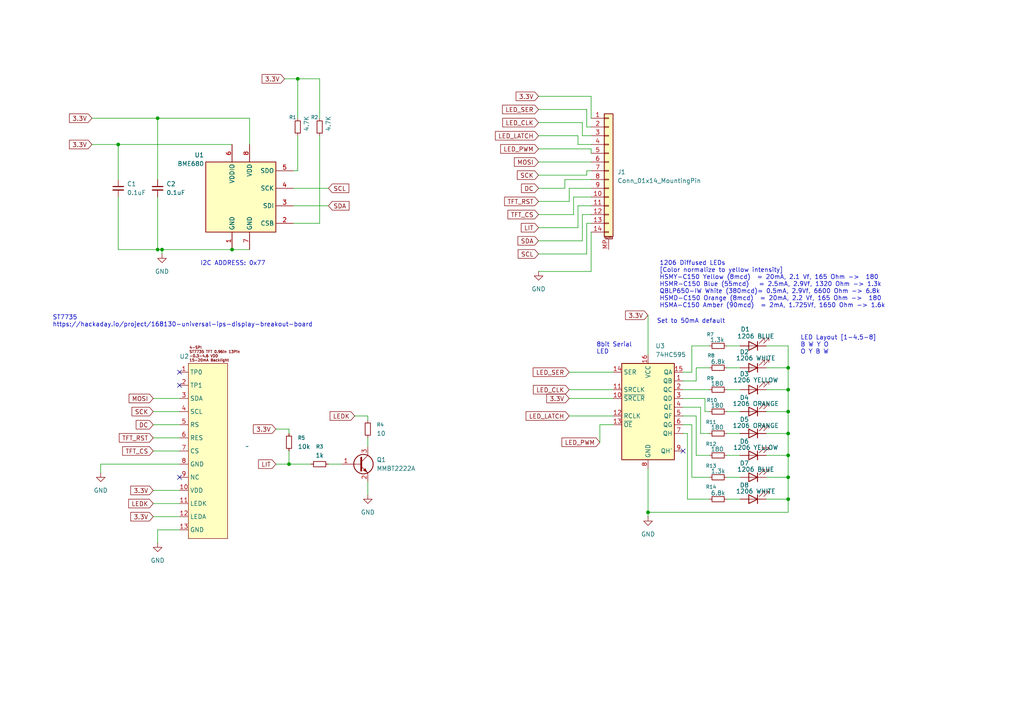
<source format=kicad_sch>
(kicad_sch (version 20250114) (generator "eeschema") (generator_version "9.0")
  (paper "A4")
  (lib_symbols
    (symbol "74xx:74HC595"
      (property "Reference" "U" (at -7.62 13.97 0))
      (property "Value" "74HC595" (at -7.62 -16.51 0))
      (symbol "74HC595_1_0"
        (pin input line (at -10.16 10.16 0) (length 2.54) (name "SER") (number "14"))
        (pin input line (at -10.16 5.08 0) (length 2.54) (name "SRCLK") (number "11"))
        (pin input line (at -10.16 2.54 0) (length 2.54) (name "~{SRCLR}") (number "10"))
        (pin input line (at -10.16 -2.54 0) (length 2.54) (name "RCLK") (number "12"))
        (pin input line (at -10.16 -5.08 0) (length 2.54) (name "~{OE}") (number "13"))
        (pin power_in line (at 0 15.24 270) (length 2.54) (name "VCC") (number "16"))
        (pin power_in line (at 0 -17.78 90) (length 2.54) (name "GND") (number "8"))
        (pin tri_state line (at 10.16 10.16 180) (length 2.54) (name "QA") (number "15"))
        (pin tri_state line (at 10.16 7.62 180) (length 2.54) (name "QB") (number "1"))
        (pin tri_state line (at 10.16 5.08 180) (length 2.54) (name "QC") (number "2"))
        (pin tri_state line (at 10.16 2.54 180) (length 2.54) (name "QD") (number "3"))
        (pin tri_state line (at 10.16 0 180) (length 2.54) (name "QE") (number "4"))
        (pin tri_state line (at 10.16 -2.54 180) (length 2.54) (name "QF") (number "5"))
        (pin tri_state line (at 10.16 -5.08 180) (length 2.54) (name "QG") (number "6"))
        (pin tri_state line (at 10.16 -7.62 180) (length 2.54) (name "QH") (number "7"))
        (pin output line (at 10.16 -12.7 180) (length 2.54) (name "QH'") (number "9"))
      )
      (symbol "74HC595_1_1"
        (rectangle (start -7.62 12.7) (end 7.62 -15.24) (stroke (width 0.254)) (fill (type background)))
      )
    )
    (symbol "Connector_Generic_MountingPin:Conn_01x14_MountingPin" (pin_names (offset 1.016) (hide yes))
      (property "Reference" "J" (at 0 17.78 0))
      (property "Value" "Conn_01x14_MountingPin" (at 1.27 -20.32 0))
      (symbol "Conn_01x14_MountingPin_1_1"
        (rectangle (start -1.27 16.51) (end 1.27 -19.05) (stroke (width 0.254)) (fill (type background)))
        (rectangle (start -1.27 15.367) (end 0 15.113) (stroke (width 0.1524)))
        (rectangle (start -1.27 12.827) (end 0 12.573) (stroke (width 0.1524)))
        (rectangle (start -1.27 10.287) (end 0 10.033) (stroke (width 0.1524)))
        (rectangle (start -1.27 7.747) (end 0 7.493) (stroke (width 0.1524)))
        (rectangle (start -1.27 5.207) (end 0 4.953) (stroke (width 0.1524)))
        (rectangle (start -1.27 2.667) (end 0 2.413) (stroke (width 0.1524)))
        (rectangle (start -1.27 0.127) (end 0 -0.127) (stroke (width 0.1524)))
        (rectangle (start -1.27 -2.413) (end 0 -2.667) (stroke (width 0.1524)))
        (rectangle (start -1.27 -4.953) (end 0 -5.207) (stroke (width 0.1524)))
        (rectangle (start -1.27 -7.493) (end 0 -7.747) (stroke (width 0.1524)))
        (rectangle (start -1.27 -10.033) (end 0 -10.287) (stroke (width 0.1524)))
        (rectangle (start -1.27 -12.573) (end 0 -12.827) (stroke (width 0.1524)))
        (rectangle (start -1.27 -15.113) (end 0 -15.367) (stroke (width 0.1524)))
        (rectangle (start -1.27 -17.653) (end 0 -17.907) (stroke (width 0.1524)))
        (polyline (pts (xy -1.016 -19.812) (xy 1.016 -19.812)) (stroke (width 0.1524)))
        (text "Mounting" (at 0 -19.431 0) (effects (font (size 0.381 0.381))))
        (pin passive line (at -5.08 15.24 0) (length 3.81) (name "Pin_1") (number "1"))
        (pin passive line (at -5.08 12.7 0) (length 3.81) (name "Pin_2") (number "2"))
        (pin passive line (at -5.08 10.16 0) (length 3.81) (name "Pin_3") (number "3"))
        (pin passive line (at -5.08 7.62 0) (length 3.81) (name "Pin_4") (number "4"))
        (pin passive line (at -5.08 5.08 0) (length 3.81) (name "Pin_5") (number "5"))
        (pin passive line (at -5.08 2.54 0) (length 3.81) (name "Pin_6") (number "6"))
        (pin passive line (at -5.08 0 0) (length 3.81) (name "Pin_7") (number "7"))
        (pin passive line (at -5.08 -2.54 0) (length 3.81) (name "Pin_8") (number "8"))
        (pin passive line (at -5.08 -5.08 0) (length 3.81) (name "Pin_9") (number "9"))
        (pin passive line (at -5.08 -7.62 0) (length 3.81) (name "Pin_10") (number "10"))
        (pin passive line (at -5.08 -10.16 0) (length 3.81) (name "Pin_11") (number "11"))
        (pin passive line (at -5.08 -12.7 0) (length 3.81) (name "Pin_12") (number "12"))
        (pin passive line (at -5.08 -15.24 0) (length 3.81) (name "Pin_13") (number "13"))
        (pin passive line (at -5.08 -17.78 0) (length 3.81) (name "Pin_14") (number "14"))
        (pin passive line (at 0 -22.86 90) (length 3.048) (name "MountPin") (number "MP"))
      )
    )
    (symbol "Custom:ST7735_TFT_0.96in_8Pin"
      (property "Reference" "U" (at -1.016 1.016 0))
      (symbol "ST7735_TFT_0.96in_8Pin_0_1"
        (rectangle (start 0 0) (end 11.43 -50.8) (fill (type color) (color 255 255 194 1)))
      )
      (symbol "ST7735_TFT_0.96in_8Pin_1_1"
        (text "4-SPI\nST7735 TFT 0.96in 13Pin\n-0.3-4.6 VDD\n15-20mA Backlight" (at 0.254 2.794 0) (effects (font (size 0.762 0.762)) (justify left)))
        (pin input line (at -2.54 -2.54 0) (length 2.54) (name "TP0") (number "1"))
        (pin input line (at -2.54 -6.35 0) (length 2.54) (name "TP1") (number "2"))
        (pin input line (at -2.54 -10.16 0) (length 2.54) (name "SDA") (number "3"))
        (pin input line (at -2.54 -13.97 0) (length 2.54) (name "SCL") (number "4"))
        (pin input line (at -2.54 -17.78 0) (length 2.54) (name "RS") (number "5"))
        (pin input line (at -2.54 -21.59 0) (length 2.54) (name "RES") (number "6"))
        (pin input line (at -2.54 -25.4 0) (length 2.54) (name "CS") (number "7"))
        (pin input line (at -2.54 -29.21 0) (length 2.54) (name "GND") (number "8"))
        (pin input line (at -2.54 -33.02 0) (length 2.54) (name "NC") (number "9"))
        (pin input line (at -2.54 -36.83 0) (length 2.54) (name "VDD") (number "10"))
        (pin input line (at -2.54 -40.64 0) (length 2.54) (name "LEDK") (number "11"))
        (pin input line (at -2.54 -44.45 0) (length 2.54) (name "LEDA") (number "12"))
        (pin input line (at -2.54 -48.26 0) (length 2.54) (name "GND") (number "13"))
      )
    )
    (symbol "Device:C_Small" (pin_numbers (hide yes)) (pin_names (offset 0.254) (hide yes))
      (property "Reference" "C" (at 0.254 1.778 0))
      (property "Value" "C_Small" (at 0.254 -2.032 0))
      (symbol "C_Small_0_1"
        (polyline (pts (xy -1.524 0.508) (xy 1.524 0.508)) (stroke (width 0.3048)))
        (polyline (pts (xy -1.524 -0.508) (xy 1.524 -0.508)) (stroke (width 0.3302)))
      )
      (symbol "C_Small_1_1"
        (pin passive line (at 0 2.54 270) (length 2.032) (name "~") (number "1"))
        (pin passive line (at 0 -2.54 90) (length 2.032) (name "~") (number "2"))
      )
    )
    (symbol "Device:LED" (pin_numbers (hide yes)) (pin_names (offset 1.016) (hide yes))
      (property "Reference" "D" (at 0 2.54 0))
      (property "Value" "LED" (at 0 -2.54 0))
      (symbol "LED_0_1"
        (polyline (pts (xy -3.048 -0.762) (xy -4.572 -2.286) (xy -3.81 -2.286) (xy -4.572 -2.286) (xy -4.572 -1.524)))
        (polyline (pts (xy -1.778 -0.762) (xy -3.302 -2.286) (xy -2.54 -2.286) (xy -3.302 -2.286) (xy -3.302 -1.524)))
        (polyline (pts (xy -1.27 0) (xy 1.27 0)))
        (polyline (pts (xy -1.27 -1.27) (xy -1.27 1.27)) (stroke (width 0.254)))
        (polyline (pts (xy 1.27 -1.27) (xy 1.27 1.27) (xy -1.27 0) (xy 1.27 -1.27)) (stroke (width 0.254)))
      )
      (symbol "LED_1_1"
        (pin passive line (at -3.81 0 0) (length 2.54) (name "K") (number "1"))
        (pin passive line (at 3.81 0 180) (length 2.54) (name "A") (number "2"))
      )
    )
    (symbol "Device:R_Small" (pin_numbers (hide yes)) (pin_names (offset 0.254) (hide yes))
      (property "Reference" "R" (at 0 0 90))
      (property "Value" "R_Small" (at 1.778 0 90))
      (symbol "R_Small_0_1"
        (rectangle (start -0.762 1.778) (end 0.762 -1.778) (stroke (width 0.2032)))
      )
      (symbol "R_Small_1_1"
        (pin passive line (at 0 2.54 270) (length 0.762) (name "~") (number "1"))
        (pin passive line (at 0 -2.54 90) (length 0.762) (name "~") (number "2"))
      )
    )
    (symbol "Sensor:BME680"
      (property "Reference" "U" (at -8.89 11.43 0))
      (property "Value" "BME680" (at 7.62 11.43 0))
      (symbol "BME680_0_1"
        (rectangle (start -10.16 10.16) (end 10.16 -10.16) (stroke (width 0.254)) (fill (type background)))
      )
      (symbol "BME680_1_1"
        (pin power_in line (at -2.54 15.24 270) (length 5.08) (name "VDDIO") (number "6"))
        (pin power_in line (at -2.54 -15.24 90) (length 5.08) (name "GND") (number "1"))
        (pin power_in line (at 2.54 15.24 270) (length 5.08) (name "VDD") (number "8"))
        (pin power_in line (at 2.54 -15.24 90) (length 5.08) (name "GND") (number "7"))
        (pin bidirectional line (at 15.24 7.62 180) (length 5.08) (name "SDO") (number "5"))
        (pin input line (at 15.24 2.54 180) (length 5.08) (name "SCK") (number "4"))
        (pin bidirectional line (at 15.24 -2.54 180) (length 5.08) (name "SDI") (number "3"))
        (pin input line (at 15.24 -7.62 180) (length 5.08) (name "CSB") (number "2"))
      )
    )
    (symbol "Transistor_BJT:MMBT2222A" (pin_names (offset 0) (hide yes))
      (property "Reference" "Q" (at 5.08 1.905 0))
      (property "Value" "MMBT2222A" (at 5.08 0 0))
      (symbol "MMBT2222A_0_1"
        (polyline (pts (xy -2.54 0) (xy 0.635 0)))
        (polyline (pts (xy 0.635 1.905) (xy 0.635 -1.905)) (stroke (width 0.508)))
        (circle (center 1.27 0) (radius 2.8194) (stroke (width 0.254)))
      )
      (symbol "MMBT2222A_1_1"
        (polyline (pts (xy 0.635 0.635) (xy 2.54 2.54)))
        (polyline (pts (xy 0.635 -0.635) (xy 2.54 -2.54)))
        (polyline (pts (xy 1.27 -1.778) (xy 1.778 -1.27) (xy 2.286 -2.286) (xy 1.27 -1.778)) (fill (type outline)))
        (pin input line (at -5.08 0 0) (length 2.54) (name "B") (number "1"))
        (pin passive line (at 2.54 5.08 270) (length 2.54) (name "C") (number "3"))
        (pin passive line (at 2.54 -5.08 90) (length 2.54) (name "E") (number "2"))
      )
    )
    (symbol "power:GND" (power) (pin_numbers (hide yes)) (pin_names (offset 0) (hide yes))
      (property "Value" "GND" (at 0 -3.81 0))
      (symbol "GND_0_1"
        (polyline (pts (xy 0 0) (xy 0 -1.27) (xy 1.27 -1.27) (xy 0 -2.54) (xy -1.27 -1.27) (xy 0 -1.27)))
      )
      (symbol "GND_1_1"
        (pin power_in line (at 0 0 270) (length 0) (name "~") (number "1"))
      )
    )
  )
  (text "I2C ADDRESS: 0x77\n" (at 67.564 76.454 0) (effects (font (size 1.27 1.27))))
  (text "8bit Serial\nLED" (at 172.974 101.092 0) (effects (font (size 1.27 1.27)) (justify left)))
  (text "LED Layout [1-4,5-8]\nB W Y O\nO Y B W" (at 232.156 100.076 0) (effects (font (size 1.27 1.27)) (justify left)))
  (text "Set to 50mA default\n" (at 190.5 93.218 0) (effects (font (size 1.27 1.27)) (justify left)))
  (text "ST7735\nhttps://hackaday.io/project/168130-universal-ips-display-breakout-board" (at 15.24 93.218 0) (effects (font (size 1.27 1.27)) (justify left)))
  (text "1206 Diffused LEDs\n[Color normalize to yellow intensity]\nHSMY-C150 Yellow (8mcd)  = 20mA, 2.1 Vf, 165 Ohm ->  180\nHSMR-C150 Blue (55mcd)   = 2.5mA, 2.9Vf, 1320 Ohm -> 1.3k\nQBLP650-IW White (380mcd)= 0.5mA, 2.9Vf, 6600 Ohm -> 6.8k\nHSMD-C150 Orange (8mcd)  = 20mA, 2.2 Vf, 165 Ohm ->  180\nHSMA-C150 Amber (90mcd)  = 2mA, 1.725Vf, 1650 Ohm -> 1.6k" (at 191.262 82.55 0) (effects (font (size 1.27 1.27)) (justify left)))
  (junction (at 228.6 106.68))
  (junction (at 45.72 72.39))
  (junction (at 46.99 72.39))
  (junction (at 228.6 125.73))
  (junction (at 45.72 34.29))
  (junction (at 187.96 148.59))
  (junction (at 83.82 134.62))
  (junction (at 34.29 41.91))
  (junction (at 228.6 132.08))
  (junction (at 86.36 22.86))
  (junction (at 228.6 144.78))
  (junction (at 67.31 72.39))
  (junction (at 228.6 119.38))
  (junction (at 228.6 113.03))
  (junction (at 228.6 138.43))
  (no_connect (at 52.07 138.43))
  (no_connect (at 198.12 130.81))
  (no_connect (at 52.07 111.76))
  (no_connect (at 52.07 107.95))
  (wire (pts (xy 187.96 148.59) (xy 228.6 148.59)))
  (wire (pts (xy 165.1 120.65) (xy 177.8 120.65)))
  (wire (pts (xy 45.72 153.67) (xy 52.07 153.67)))
  (wire (pts (xy 86.36 22.86) (xy 86.36 34.29)))
  (wire (pts (xy 156.21 54.61) (xy 163.83 54.61)))
  (wire (pts (xy 80.01 134.62) (xy 83.82 134.62)))
  (wire (pts (xy 173.99 123.19) (xy 177.8 123.19)))
  (wire (pts (xy 163.83 54.61) (xy 163.83 52.07)))
  (wire (pts (xy 198.12 113.03) (xy 205.74 113.03)))
  (wire (pts (xy 156.21 66.04) (xy 167.64 66.04)))
  (wire (pts (xy 170.18 31.75) (xy 170.18 36.83)))
  (wire (pts (xy 222.25 113.03) (xy 228.6 113.03)))
  (wire (pts (xy 168.91 39.37) (xy 171.45 39.37)))
  (wire (pts (xy 201.93 132.08) (xy 205.74 132.08)))
  (wire (pts (xy 203.2 118.11) (xy 203.2 125.73)))
  (wire (pts (xy 210.82 119.38) (xy 214.63 119.38)))
  (wire (pts (xy 210.82 113.03) (xy 214.63 113.03)))
  (wire (pts (xy 44.45 142.24) (xy 52.07 142.24)))
  (wire (pts (xy 26.67 41.91) (xy 34.29 41.91)))
  (wire (pts (xy 198.12 118.11) (xy 203.2 118.11)))
  (wire (pts (xy 166.37 62.23) (xy 166.37 57.15)))
  (wire (pts (xy 86.36 39.37) (xy 86.36 49.53)))
  (wire (pts (xy 222.25 125.73) (xy 228.6 125.73)))
  (wire (pts (xy 228.6 132.08) (xy 228.6 138.43)))
  (wire (pts (xy 44.45 146.05) (xy 52.07 146.05)))
  (wire (pts (xy 187.96 149.86) (xy 187.96 148.59)))
  (wire (pts (xy 156.21 46.99) (xy 171.45 46.99)))
  (wire (pts (xy 198.12 115.57) (xy 204.47 115.57)))
  (wire (pts (xy 198.12 120.65) (xy 201.93 120.65)))
  (wire (pts (xy 67.31 72.39) (xy 46.99 72.39)))
  (wire (pts (xy 34.29 72.39) (xy 45.72 72.39)))
  (wire (pts (xy 187.96 91.44) (xy 187.96 102.87)))
  (wire (pts (xy 83.82 134.62) (xy 90.17 134.62)))
  (wire (pts (xy 156.21 35.56) (xy 168.91 35.56)))
  (wire (pts (xy 199.39 125.73) (xy 199.39 144.78)))
  (wire (pts (xy 200.66 107.95) (xy 198.12 107.95)))
  (wire (pts (xy 201.93 110.49) (xy 201.93 106.68)))
  (wire (pts (xy 228.6 138.43) (xy 228.6 144.78)))
  (wire (pts (xy 222.25 100.33) (xy 228.6 100.33)))
  (wire (pts (xy 204.47 119.38) (xy 205.74 119.38)))
  (wire (pts (xy 168.91 62.23) (xy 171.45 62.23)))
  (wire (pts (xy 156.21 27.94) (xy 171.45 27.94)))
  (wire (pts (xy 201.93 106.68) (xy 205.74 106.68)))
  (wire (pts (xy 170.18 36.83) (xy 171.45 36.83)))
  (wire (pts (xy 222.25 132.08) (xy 228.6 132.08)))
  (wire (pts (xy 170.18 73.66) (xy 170.18 64.77)))
  (wire (pts (xy 165.1 113.03) (xy 177.8 113.03)))
  (wire (pts (xy 34.29 57.15) (xy 34.29 72.39)))
  (wire (pts (xy 92.71 22.86) (xy 86.36 22.86)))
  (wire (pts (xy 52.07 134.62) (xy 29.21 134.62)))
  (wire (pts (xy 45.72 72.39) (xy 46.99 72.39)))
  (wire (pts (xy 156.21 69.85) (xy 168.91 69.85)))
  (wire (pts (xy 83.82 130.81) (xy 83.82 134.62)))
  (wire (pts (xy 167.64 66.04) (xy 167.64 59.69)))
  (wire (pts (xy 167.64 39.37) (xy 167.64 41.91)))
  (wire (pts (xy 198.12 123.19) (xy 200.66 123.19)))
  (wire (pts (xy 200.66 100.33) (xy 205.74 100.33)))
  (wire (pts (xy 44.45 115.57) (xy 52.07 115.57)))
  (wire (pts (xy 171.45 43.18) (xy 171.45 44.45)))
  (wire (pts (xy 198.12 125.73) (xy 199.39 125.73)))
  (wire (pts (xy 228.6 125.73) (xy 228.6 132.08)))
  (wire (pts (xy 156.21 50.8) (xy 170.18 50.8)))
  (wire (pts (xy 167.64 41.91) (xy 171.45 41.91)))
  (wire (pts (xy 156.21 43.18) (xy 171.45 43.18)))
  (wire (pts (xy 85.09 64.77) (xy 92.71 64.77)))
  (wire (pts (xy 156.21 31.75) (xy 170.18 31.75)))
  (wire (pts (xy 210.82 106.68) (xy 214.63 106.68)))
  (wire (pts (xy 210.82 138.43) (xy 214.63 138.43)))
  (wire (pts (xy 106.68 127) (xy 106.68 129.54)))
  (wire (pts (xy 80.01 124.46) (xy 83.82 124.46)))
  (wire (pts (xy 102.87 120.65) (xy 106.68 120.65)))
  (wire (pts (xy 44.45 123.19) (xy 52.07 123.19)))
  (wire (pts (xy 165.1 115.57) (xy 177.8 115.57)))
  (wire (pts (xy 167.64 59.69) (xy 171.45 59.69)))
  (wire (pts (xy 171.45 78.74) (xy 171.45 67.31)))
  (wire (pts (xy 210.82 125.73) (xy 214.63 125.73)))
  (wire (pts (xy 34.29 41.91) (xy 34.29 52.07)))
  (wire (pts (xy 222.25 144.78) (xy 228.6 144.78)))
  (wire (pts (xy 228.6 113.03) (xy 228.6 119.38)))
  (wire (pts (xy 170.18 49.53) (xy 171.45 49.53)))
  (wire (pts (xy 45.72 57.15) (xy 45.72 72.39)))
  (wire (pts (xy 83.82 124.46) (xy 83.82 125.73)))
  (wire (pts (xy 200.66 123.19) (xy 200.66 138.43)))
  (wire (pts (xy 156.21 39.37) (xy 167.64 39.37)))
  (wire (pts (xy 44.45 149.86) (xy 52.07 149.86)))
  (wire (pts (xy 204.47 115.57) (xy 204.47 119.38)))
  (wire (pts (xy 34.29 41.91) (xy 67.31 41.91)))
  (wire (pts (xy 200.66 138.43) (xy 205.74 138.43)))
  (wire (pts (xy 201.93 120.65) (xy 201.93 132.08)))
  (wire (pts (xy 165.1 58.42) (xy 165.1 54.61)))
  (wire (pts (xy 222.25 106.68) (xy 228.6 106.68)))
  (wire (pts (xy 106.68 143.51) (xy 106.68 139.7)))
  (wire (pts (xy 92.71 34.29) (xy 92.71 22.86)))
  (wire (pts (xy 168.91 35.56) (xy 168.91 39.37)))
  (wire (pts (xy 85.09 49.53) (xy 86.36 49.53)))
  (wire (pts (xy 45.72 157.48) (xy 45.72 153.67)))
  (wire (pts (xy 156.21 62.23) (xy 166.37 62.23)))
  (wire (pts (xy 82.55 22.86) (xy 86.36 22.86)))
  (wire (pts (xy 171.45 27.94) (xy 171.45 34.29)))
  (wire (pts (xy 44.45 119.38) (xy 52.07 119.38)))
  (wire (pts (xy 203.2 125.73) (xy 205.74 125.73)))
  (wire (pts (xy 45.72 34.29) (xy 26.67 34.29)))
  (wire (pts (xy 199.39 144.78) (xy 205.74 144.78)))
  (wire (pts (xy 173.99 128.27) (xy 173.99 123.19)))
  (wire (pts (xy 85.09 59.69) (xy 95.25 59.69)))
  (wire (pts (xy 72.39 41.91) (xy 72.39 34.29)))
  (wire (pts (xy 44.45 130.81) (xy 52.07 130.81)))
  (wire (pts (xy 72.39 72.39) (xy 67.31 72.39)))
  (wire (pts (xy 168.91 69.85) (xy 168.91 62.23)))
  (wire (pts (xy 210.82 100.33) (xy 214.63 100.33)))
  (wire (pts (xy 228.6 100.33) (xy 228.6 106.68)))
  (wire (pts (xy 46.99 72.39) (xy 46.99 73.66)))
  (wire (pts (xy 165.1 107.95) (xy 177.8 107.95)))
  (wire (pts (xy 170.18 64.77) (xy 171.45 64.77)))
  (wire (pts (xy 95.25 134.62) (xy 99.06 134.62)))
  (wire (pts (xy 228.6 106.68) (xy 228.6 113.03)))
  (wire (pts (xy 163.83 52.07) (xy 171.45 52.07)))
  (wire (pts (xy 228.6 119.38) (xy 228.6 125.73)))
  (wire (pts (xy 222.25 119.38) (xy 228.6 119.38)))
  (wire (pts (xy 187.96 135.89) (xy 187.96 148.59)))
  (wire (pts (xy 106.68 120.65) (xy 106.68 121.92)))
  (wire (pts (xy 45.72 34.29) (xy 45.72 52.07)))
  (wire (pts (xy 45.72 34.29) (xy 72.39 34.29)))
  (wire (pts (xy 156.21 78.74) (xy 171.45 78.74)))
  (wire (pts (xy 170.18 50.8) (xy 170.18 49.53)))
  (wire (pts (xy 156.21 58.42) (xy 165.1 58.42)))
  (wire (pts (xy 166.37 57.15) (xy 171.45 57.15)))
  (wire (pts (xy 210.82 132.08) (xy 214.63 132.08)))
  (wire (pts (xy 85.09 54.61) (xy 95.25 54.61)))
  (wire (pts (xy 210.82 144.78) (xy 214.63 144.78)))
  (wire (pts (xy 200.66 100.33) (xy 200.66 107.95)))
  (wire (pts (xy 228.6 144.78) (xy 228.6 148.59)))
  (wire (pts (xy 156.21 73.66) (xy 170.18 73.66)))
  (wire (pts (xy 222.25 138.43) (xy 228.6 138.43)))
  (wire (pts (xy 29.21 134.62) (xy 29.21 137.16)))
  (wire (pts (xy 44.45 127) (xy 52.07 127)))
  (wire (pts (xy 165.1 54.61) (xy 171.45 54.61)))
  (wire (pts (xy 198.12 110.49) (xy 201.93 110.49)))
  (wire (pts (xy 92.71 39.37) (xy 92.71 64.77)))
  (global_label "LED_LATCH" (shape input) (at 156.21 39.37 180) (property "Intersheetrefs" "${INTERSHEET_REFS}" (effects (hide yes))))
  (global_label "LED_LATCH" (shape input) (at 165.1 120.65 180) (property "Intersheetrefs" "${INTERSHEET_REFS}" (effects (hide yes))))
  (global_label "TFT_CS" (shape input) (at 156.21 62.23 180) (property "Intersheetrefs" "${INTERSHEET_REFS}" (effects (hide yes))))
  (global_label "3.3V" (shape input) (at 165.1 115.57 180) (property "Intersheetrefs" "${INTERSHEET_REFS}" (effects (hide yes))))
  (global_label "LEDK" (shape input) (at 44.45 146.05 180) (property "Intersheetrefs" "${INTERSHEET_REFS}" (effects (hide yes))))
  (global_label "SCL" (shape input) (at 95.25 54.61 0) (property "Intersheetrefs" "${INTERSHEET_REFS}" (effects (hide yes))))
  (global_label "SCK" (shape input) (at 44.45 119.38 180) (property "Intersheetrefs" "${INTERSHEET_REFS}" (effects (hide yes))))
  (global_label "3.3V" (shape input) (at 156.21 27.94 180) (property "Intersheetrefs" "${INTERSHEET_REFS}" (effects (hide yes))))
  (global_label "LED_PWM" (shape input) (at 173.99 128.27 180) (property "Intersheetrefs" "${INTERSHEET_REFS}" (effects (hide yes))))
  (global_label "LEDK" (shape input) (at 102.87 120.65 180) (property "Intersheetrefs" "${INTERSHEET_REFS}" (effects (hide yes))))
  (global_label "LED_PWM" (shape input) (at 156.21 43.18 180) (property "Intersheetrefs" "${INTERSHEET_REFS}" (effects (hide yes))))
  (global_label "LED_SER" (shape input) (at 156.21 31.75 180) (property "Intersheetrefs" "${INTERSHEET_REFS}" (effects (hide yes))))
  (global_label "SDA" (shape input) (at 95.25 59.69 0) (property "Intersheetrefs" "${INTERSHEET_REFS}" (effects (hide yes))))
  (global_label "DC" (shape input) (at 156.21 54.61 180) (property "Intersheetrefs" "${INTERSHEET_REFS}" (effects (hide yes))))
  (global_label "SCL" (shape input) (at 156.21 73.66 180) (property "Intersheetrefs" "${INTERSHEET_REFS}" (effects (hide yes))))
  (global_label "LED_CLK" (shape input) (at 165.1 113.03 180) (property "Intersheetrefs" "${INTERSHEET_REFS}" (effects (hide yes))))
  (global_label "SDA" (shape input) (at 156.21 69.85 180) (property "Intersheetrefs" "${INTERSHEET_REFS}" (effects (hide yes))))
  (global_label "3.3V" (shape input) (at 44.45 142.24 180) (property "Intersheetrefs" "${INTERSHEET_REFS}" (effects (hide yes))))
  (global_label "TFT_RST" (shape input) (at 44.45 127 180) (property "Intersheetrefs" "${INTERSHEET_REFS}" (effects (hide yes))))
  (global_label "3.3V" (shape input) (at 82.55 22.86 180) (property "Intersheetrefs" "${INTERSHEET_REFS}" (effects (hide yes))))
  (global_label "TFT_RST" (shape input) (at 156.21 58.42 180) (property "Intersheetrefs" "${INTERSHEET_REFS}" (effects (hide yes))))
  (global_label "3.3V" (shape input) (at 44.45 149.86 180) (property "Intersheetrefs" "${INTERSHEET_REFS}" (effects (hide yes))))
  (global_label "3.3V" (shape input) (at 187.96 91.44 180) (property "Intersheetrefs" "${INTERSHEET_REFS}" (effects (hide yes))))
  (global_label "3.3V" (shape input) (at 26.67 41.91 180) (property "Intersheetrefs" "${INTERSHEET_REFS}" (effects (hide yes))))
  (global_label "LIT" (shape input) (at 156.21 66.04 180) (property "Intersheetrefs" "${INTERSHEET_REFS}" (effects (hide yes))))
  (global_label "3.3V" (shape input) (at 26.67 34.29 180) (property "Intersheetrefs" "${INTERSHEET_REFS}" (effects (hide yes))))
  (global_label "LIT" (shape input) (at 80.01 134.62 180) (property "Intersheetrefs" "${INTERSHEET_REFS}" (effects (hide yes))))
  (global_label "LED_CLK" (shape input) (at 156.21 35.56 180) (property "Intersheetrefs" "${INTERSHEET_REFS}" (effects (hide yes))))
  (global_label "SCK" (shape input) (at 156.21 50.8 180) (property "Intersheetrefs" "${INTERSHEET_REFS}" (effects (hide yes))))
  (global_label "3.3V" (shape input) (at 80.01 124.46 180) (property "Intersheetrefs" "${INTERSHEET_REFS}" (effects (hide yes))))
  (global_label "MOSI" (shape input) (at 156.21 46.99 180) (property "Intersheetrefs" "${INTERSHEET_REFS}" (effects (hide yes))))
  (global_label "TFT_CS" (shape input) (at 44.45 130.81 180) (property "Intersheetrefs" "${INTERSHEET_REFS}" (effects (hide yes))))
  (global_label "LED_SER" (shape input) (at 165.1 107.95 180) (property "Intersheetrefs" "${INTERSHEET_REFS}" (effects (hide yes))))
  (global_label "MOSI" (shape input) (at 44.45 115.57 180) (property "Intersheetrefs" "${INTERSHEET_REFS}" (effects (hide yes))))
  (global_label "DC" (shape input) (at 44.45 123.19 180) (property "Intersheetrefs" "${INTERSHEET_REFS}" (effects (hide yes))))
  (symbol (lib_id "Device:R_Small") (at 208.28 119.38 90) (unit 1)
    (property "Reference" "R10" (at 206.502 116.078 90) (effects (font (size 1.016 1.016))))
    (property "Value" "180" (at 208.026 117.602 90))
    (property "Description" "Resistor, small symbol" (effects (hide yes)))
  )
  (symbol (lib_id "power:GND") (at 187.96 149.86 0) (unit 1)
    (property "Reference" "#PWR05" (effects (hide yes)))
    (property "Value" "GND" (at 187.96 154.94 0))
    (property "Description" "Power symbol creates a global label with name \"GND\" , ground" (effects (hide yes)))
  )
  (symbol (lib_id "Device:R_Small") (at 86.36 36.83 0) (unit 1)
    (property "Reference" "R1" (at 83.82 34.036 0) (effects (font (size 1.016 1.016)) (justify left)))
    (property "Value" "4.7K" (at 88.9 38.0999 90) (effects (justify left)))
    (property "Description" "Resistor, small symbol" (effects (hide yes)))
  )
  (symbol (lib_id "Device:R_Small") (at 106.68 124.46 180) (unit 1)
    (property "Reference" "R4" (at 109.22 123.1899 0) (effects (font (size 1.016 1.016)) (justify right)))
    (property "Value" "10" (at 109.22 125.7299 0) (effects (justify right)))
    (property "Description" "Resistor, small symbol" (effects (hide yes)))
  )
  (symbol (lib_id "Device:LED") (at 218.44 119.38 180) (unit 1)
    (property "Reference" "D4" (at 215.9 115.316 0))
    (property "Value" "1206 ORANGE" (at 219.202 117.094 0))
    (property "Description" "Light emitting diode" (effects (hide yes)))
    (property "Sim.Pins" "1=K 2=A" (effects (hide yes)))
  )
  (symbol (lib_id "Sensor:BME680") (at 69.85 57.15 0) (unit 1)
    (property "Reference" "U1" (at 59.182 44.958 0) (effects (justify right)))
    (property "Value" "BME680" (at 59.182 47.498 0) (effects (justify right)))
    (property "Footprint" "Package_LGA:Bosch_LGA-8_3x3mm_P0.8mm_ClockwisePinNumbering" (effects (hide yes)))
    (property "Datasheet" "https://ae-bst.resource.bosch.com/media/_tech/media/datasheets/BST-BME680-DS001.pdf" (effects (hide yes)))
    (property "Description" "4-in-1 sensor, gas, humidity, pressure, temperature, I2C and SPI interface, 1.71-3.6V, LGA-8" (effects (hide yes)))
  )
  (symbol (lib_id "Device:LED") (at 218.44 132.08 180) (unit 1)
    (property "Reference" "D6" (at 215.9 128.016 0))
    (property "Value" "1206 YELLOW" (at 219.202 129.794 0))
    (property "Description" "Light emitting diode" (effects (hide yes)))
    (property "Sim.Pins" "1=K 2=A" (effects (hide yes)))
  )
  (symbol (lib_id "Device:LED") (at 218.44 100.33 180) (unit 1)
    (property "Reference" "D1" (at 216.154 95.504 0))
    (property "Value" "1206 BLUE" (at 219.202 97.536 0))
    (property "Description" "Light emitting diode" (effects (hide yes)))
    (property "Sim.Pins" "1=K 2=A" (effects (hide yes)))
  )
  (symbol (lib_id "Device:C_Small") (at 34.29 54.61 0) (unit 1)
    (property "Reference" "C1" (at 36.83 53.3462 0) (effects (justify left)))
    (property "Value" "0.1uF" (at 36.83 55.8862 0) (effects (justify left)))
    (property "Description" "Unpolarized capacitor, small symbol" (effects (hide yes)))
  )
  (symbol (lib_id "Device:R_Small") (at 208.28 100.33 90) (unit 1)
    (property "Reference" "R7" (at 205.994 97.028 90) (effects (font (size 1.016 1.016))))
    (property "Value" "1.3k" (at 208.026 98.552 90))
    (property "Description" "Resistor, small symbol" (effects (hide yes)))
  )
  (symbol (lib_id "Device:C_Small") (at 45.72 54.61 0) (unit 1)
    (property "Reference" "C2" (at 48.26 53.3462 0) (effects (justify left)))
    (property "Value" "0.1uF" (at 48.26 55.8862 0) (effects (justify left)))
    (property "Description" "Unpolarized capacitor, small symbol" (effects (hide yes)))
  )
  (symbol (lib_id "Device:R_Small") (at 92.71 134.62 90) (unit 1)
    (property "Reference" "R3" (at 92.71 129.54 90) (effects (font (size 1.016 1.016))))
    (property "Value" "1k" (at 92.71 132.08 90))
    (property "Description" "Resistor, small symbol" (effects (hide yes)))
  )
  (symbol (lib_id "power:GND") (at 45.72 157.48 0) (unit 1)
    (property "Reference" "#PWR02" (effects (hide yes)))
    (property "Value" "GND" (at 45.72 162.56 0))
    (property "Description" "Power symbol creates a global label with name \"GND\" , ground" (effects (hide yes)))
  )
  (symbol (lib_id "power:GND") (at 156.21 78.74 0) (unit 1)
    (property "Reference" "#PWR06" (effects (hide yes)))
    (property "Value" "GND" (at 156.21 83.82 0))
    (property "Description" "Power symbol creates a global label with name \"GND\" , ground" (effects (hide yes)))
  )
  (symbol (lib_id "Device:R_Small") (at 83.82 128.27 180) (unit 1)
    (property "Reference" "R5" (at 86.36 126.9999 0) (effects (font (size 1.016 1.016)) (justify right)))
    (property "Value" "10k" (at 86.36 129.5399 0) (effects (justify right)))
    (property "Description" "Resistor, small symbol" (effects (hide yes)))
  )
  (symbol (lib_id "Transistor_BJT:MMBT2222A") (at 104.14 134.62 0) (unit 1)
    (property "Reference" "Q1" (at 109.22 133.3499 0) (effects (justify left)))
    (property "Value" "MMBT2222A" (at 109.22 135.8899 0) (effects (justify left)))
    (property "Footprint" "Package_TO_SOT_SMD:SOT-23" (effects (hide yes)))
    (property "Datasheet" "https://assets.nexperia.com/documents/data-sheet/MMBT2222A.pdf" (effects (hide yes)))
    (property "Description" "600mA Ic, 40V Vce, NPN Transistor, SOT-23" (effects (hide yes)))
  )
  (symbol (lib_id "power:GND") (at 46.99 73.66 0) (unit 1)
    (property "Reference" "#PWR01" (effects (hide yes)))
    (property "Value" "GND" (at 46.99 78.74 0))
    (property "Description" "Power symbol creates a global label with name \"GND\" , ground" (effects (hide yes)))
  )
  (symbol (lib_id "power:GND") (at 29.21 137.16 0) (unit 1)
    (property "Reference" "#PWR03" (effects (hide yes)))
    (property "Value" "GND" (at 29.21 142.24 0))
    (property "Description" "Power symbol creates a global label with name \"GND\" , ground" (effects (hide yes)))
  )
  (symbol (lib_id "Custom:ST7735_TFT_0.96in_8Pin") (at 54.61 105.41 0) (unit 1)
    (property "Reference" "U2" (at 52.07 103.378 0) (effects (justify left)))
    (property "Value" "~" (at 71.12 129.4564 0) (effects (justify left)))
  )
  (symbol (lib_id "Device:R_Small") (at 208.28 125.73 90) (unit 1)
    (property "Reference" "R11" (at 206.248 122.428 90) (effects (font (size 1.016 1.016))))
    (property "Value" "180" (at 208.026 123.952 90))
    (property "Description" "Resistor, small symbol" (effects (hide yes)))
  )
  (symbol (lib_id "Device:LED") (at 218.44 113.03 180) (unit 1)
    (property "Reference" "D3" (at 215.9 108.458 0))
    (property "Value" "1206 YELLOW" (at 219.202 110.236 0))
    (property "Description" "Light emitting diode" (effects (hide yes)))
    (property "Sim.Pins" "1=K 2=A" (effects (hide yes)))
  )
  (symbol (lib_id "Device:R_Small") (at 208.28 132.08 90) (unit 1)
    (property "Reference" "R12" (at 206.248 128.778 90) (effects (font (size 1.016 1.016))))
    (property "Value" "180" (at 208.026 130.302 90))
    (property "Description" "Resistor, small symbol" (effects (hide yes)))
  )
  (symbol (lib_id "Device:R_Small") (at 208.28 113.03 90) (unit 1)
    (property "Reference" "R9" (at 205.994 109.728 90) (effects (font (size 1.016 1.016))))
    (property "Value" "180" (at 208.026 111.252 90))
    (property "Description" "Resistor, small symbol" (effects (hide yes)))
  )
  (symbol (lib_id "Device:LED") (at 218.44 125.73 180) (unit 1)
    (property "Reference" "D5" (at 215.9 121.666 0))
    (property "Value" "1206 ORANGE" (at 219.202 123.444 0))
    (property "Description" "Light emitting diode" (effects (hide yes)))
    (property "Sim.Pins" "1=K 2=A" (effects (hide yes)))
  )
  (symbol (lib_id "Device:R_Small") (at 208.28 138.43 90) (unit 1)
    (property "Reference" "R13" (at 206.248 135.128 90) (effects (font (size 1.016 1.016))))
    (property "Value" "1.3k" (at 208.28 136.652 90))
    (property "Description" "Resistor, small symbol" (effects (hide yes)))
  )
  (symbol (lib_id "Device:R_Small") (at 208.28 144.78 90) (unit 1)
    (property "Reference" "R14" (at 206.248 141.224 90) (effects (font (size 1.016 1.016))))
    (property "Value" "6.8k" (at 208.28 143.002 90))
    (property "Description" "Resistor, small symbol" (effects (hide yes)))
  )
  (symbol (lib_id "Device:R_Small") (at 92.71 36.83 0) (unit 1)
    (property "Reference" "R2" (at 90.17 34.036 0) (effects (font (size 1.016 1.016)) (justify left)))
    (property "Value" "4.7K" (at 95.25 38.0999 90) (effects (justify left)))
    (property "Description" "Resistor, small symbol" (effects (hide yes)))
  )
  (symbol (lib_id "power:GND") (at 106.68 143.51 0) (unit 1)
    (property "Reference" "#PWR04" (effects (hide yes)))
    (property "Value" "GND" (at 106.68 148.59 0))
    (property "Description" "Power symbol creates a global label with name \"GND\" , ground" (effects (hide yes)))
  )
  (symbol (lib_id "Device:LED") (at 218.44 106.68 180) (unit 1)
    (property "Reference" "D2" (at 215.9 102.108 0))
    (property "Value" "1206 WHITE" (at 219.202 103.886 0))
    (property "Description" "Light emitting diode" (effects (hide yes)))
    (property "Sim.Pins" "1=K 2=A" (effects (hide yes)))
  )
  (symbol (lib_id "74xx:74HC595") (at 187.96 118.11 0) (unit 1)
    (property "Reference" "U3" (at 190.1033 100.33 0) (effects (justify left)))
    (property "Value" "74HC595" (at 190.1033 102.87 0) (effects (justify left)))
    (property "Datasheet" "http://www.ti.com/lit/ds/symlink/sn74hc595.pdf" (effects (hide yes)))
    (property "Description" "8-bit serial in/out Shift Register 3-State Outputs" (effects (hide yes)))
  )
  (symbol (lib_id "Device:LED") (at 218.44 144.78 180) (unit 1)
    (property "Reference" "D8" (at 215.9 140.716 0))
    (property "Value" "1206 WHITE" (at 219.202 142.494 0))
    (property "Description" "Light emitting diode" (effects (hide yes)))
    (property "Sim.Pins" "1=K 2=A" (effects (hide yes)))
  )
  (symbol (lib_id "Device:LED") (at 218.44 138.43 180) (unit 1)
    (property "Reference" "D7" (at 215.9 134.366 0))
    (property "Value" "1206 BLUE" (at 219.202 136.144 0))
    (property "Description" "Light emitting diode" (effects (hide yes)))
    (property "Sim.Pins" "1=K 2=A" (effects (hide yes)))
  )
  (symbol (lib_id "Connector_Generic_MountingPin:Conn_01x14_MountingPin") (at 176.53 49.53 0) (unit 1)
    (property "Reference" "J1" (at 179.07 49.8855 0) (effects (justify left)))
    (property "Value" "Conn_01x14_MountingPin" (at 179.07 52.4255 0) (effects (justify left)))
    (property "Description" "Generic connectable mounting pin connector, single row, 01x14, script generated (kicad-library-utils/schlib/autogen/connector/)" (effects (hide yes)))
  )
  (symbol (lib_id "Device:R_Small") (at 208.28 106.68 90) (unit 1)
    (property "Reference" "R8" (at 206.248 103.124 90) (effects (font (size 1.016 1.016))))
    (property "Value" "6.8k" (at 208.28 104.902 90))
    (property "Description" "Resistor, small symbol" (effects (hide yes)))
  )
)
</source>
